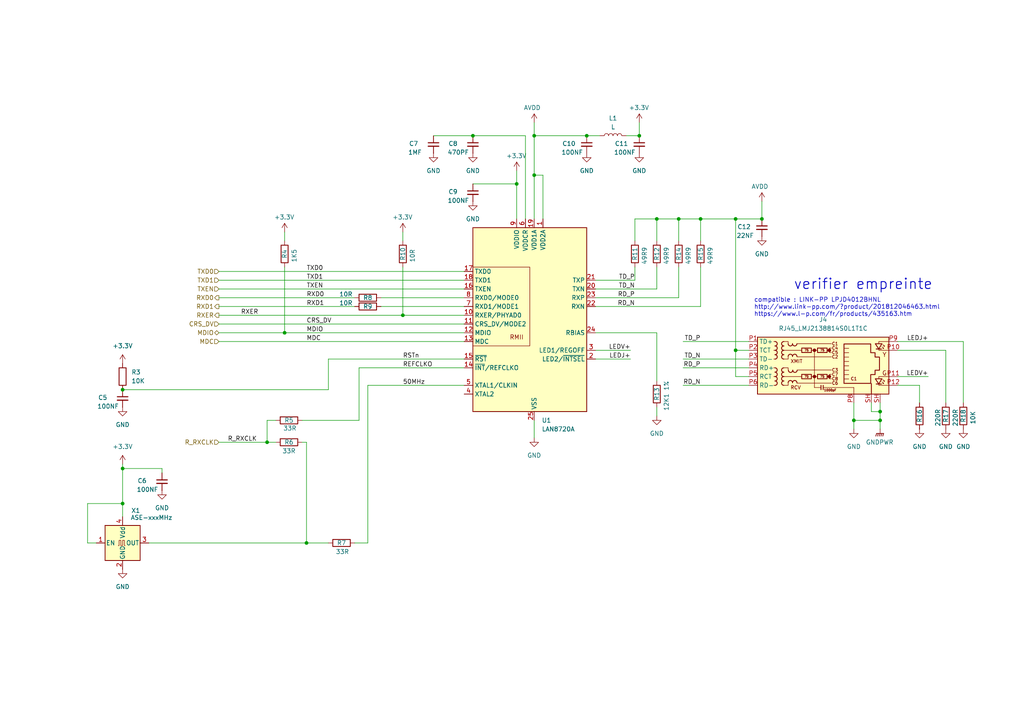
<source format=kicad_sch>
(kicad_sch (version 20231120) (generator "eeschema") (generator_version "8.0")
  (paper "A4")
  (lib_symbols
    (symbol "Connector:RJ45_RJMG1BD3B8K1ANR"
      (property "Reference" "J" (at 18.415 10.16 0))
      (property "Value" "RJ45_LMJ2138814S0L1T1C" (at -19.05 10.16 0))
      (symbol "RJ45_RJMG1BD3B8K1ANR_0_0"
        (circle (center -1.27 -2.54) (radius 0.0001) (stroke (width 0.508)))
        (circle (center -1.27 5.08) (radius 0.0001) (stroke (width 0.508)))
        (polyline (pts (xy -1.27 5.08) (xy -1.27 -5.715)))
        (polyline (pts (xy 0.635 -5.08) (xy 0.635 -6.35)) (stroke (width 0.254)))
        (polyline (pts (xy 1.27 -5.08) (xy 1.27 -6.35)) (stroke (width 0.254)))
        (polyline (pts (xy 3.048 -2.54) (xy 2.54 -2.54)))
        (polyline (pts (xy 3.048 5.08) (xy 2.54 5.08)))
        (polyline (pts (xy 17.399 -3.175) (xy 17.399 -2.54) (xy 20.32 -2.54)))
        (polyline (pts (xy 17.399 6.985) (xy 17.399 7.62) (xy 20.32 7.62)))
        (polyline (pts (xy 20.32 -5.08) (xy 17.399 -5.08) (xy 17.399 -4.572)))
        (polyline (pts (xy 20.32 5.08) (xy 17.399 5.08) (xy 17.399 5.588)))
        (polyline (pts (xy 3.683 -1.905) (xy 3.048 -1.905) (xy 3.048 -3.175) (xy 3.683 -3.175)))
        (polyline (pts (xy 3.683 5.715) (xy 3.048 5.715) (xy 3.048 4.445) (xy 3.683 4.445)))
        (circle (center 3.048 -2.54) (radius 0.0001) (stroke (width 0.508)))
        (circle (center 3.048 5.08) (radius 0.0001) (stroke (width 0.508)))
        (text "C1" (at 4.699 6.985 0) (effects (font (size 0.889 0.889))))
        (text "C1" (at 10.16 -3.175 0) (effects (font (size 0.889 0.889))))
        (text "C2" (at 4.699 3.175 0) (effects (font (size 0.889 0.889))))
        (text "C3" (at 4.699 -0.635 0) (effects (font (size 0.889 0.889))))
        (text "C4" (at 4.699 5.715 0) (effects (font (size 0.889 0.889))))
        (text "C5" (at 4.699 4.445 0) (effects (font (size 0.889 0.889))))
        (text "C6" (at 4.699 -4.445 0) (effects (font (size 0.889 0.889))))
        (text "C7" (at 4.699 -1.905 0) (effects (font (size 0.889 0.889))))
        (text "C8" (at 4.699 -3.175 0) (effects (font (size 0.889 0.889))))
        (text "RCV" (at -8.255 -5.715 0) (effects (font (size 1.016 1.016)) (justify left)))
        (text "XMIT" (at -8.255 1.905 0) (effects (font (size 1.016 1.016)) (justify left)))
      )
      (symbol "RJ45_RJMG1BD3B8K1ANR_0_1"
        (rectangle (start -17.78 8.89) (end 20.32 -7.62) (stroke (width 0.254)) (fill (type background)))
        (polyline (pts (xy -12.7 -5.08) (xy -13.081 -5.08)))
        (polyline (pts (xy -12.7 -2.54) (xy -13.081 -2.54)))
        (polyline (pts (xy -12.7 0) (xy -13.081 0)))
        (polyline (pts (xy -12.7 2.54) (xy -13.081 2.54)))
        (polyline (pts (xy -12.7 5.08) (xy -13.081 5.08)))
        (polyline (pts (xy -12.7 7.62) (xy -13.081 7.62)))
        (polyline (pts (xy -6.35 -4.445) (xy 3.683 -4.445)))
        (polyline (pts (xy -6.35 3.175) (xy 3.683 3.175)))
        (polyline (pts (xy -6.35 6.985) (xy 3.683 6.985)))
        (polyline (pts (xy -6.223 -0.635) (xy 3.683 -0.635)))
        (polyline (pts (xy -5.08 -2.54) (xy -10.16 -2.54)))
        (polyline (pts (xy -4.953 5.08) (xy -10.16 5.08)))
        (polyline (pts (xy -2.159 -2.54) (xy -0.381 -2.54)))
        (polyline (pts (xy -2.159 5.08) (xy -0.381 5.08)))
        (polyline (pts (xy 0.635 -5.715) (xy -1.27 -5.715)))
        (polyline (pts (xy 7.4295 -1.9685) (xy 8.6995 -1.9685)))
        (polyline (pts (xy 7.4295 -0.6985) (xy 8.6995 -0.6985)))
        (polyline (pts (xy 7.4295 0.5715) (xy 8.6995 0.5715)))
        (polyline (pts (xy 7.4295 1.8415) (xy 8.6995 1.8415)))
        (polyline (pts (xy 7.4295 3.1115) (xy 8.6995 3.1115)))
        (polyline (pts (xy 8.6995 -3.2385) (xy 7.4295 -3.2385)))
        (polyline (pts (xy 8.6995 4.3815) (xy 7.4295 4.3815)))
        (polyline (pts (xy 8.6995 5.6515) (xy 7.4295 5.6515)))
        (polyline (pts (xy 10.16 -5.715) (xy 1.27 -5.715)))
        (polyline (pts (xy 10.16 -5.715) (xy 10.16 -7.62)))
        (polyline (pts (xy -10.16 0) (xy -8.89 0) (xy -8.89 -0.635)))
        (polyline (pts (xy -10.16 7.62) (xy -8.89 7.62) (xy -8.89 6.985)))
        (polyline (pts (xy -8.89 -4.445) (xy -8.89 -5.08) (xy -10.16 -5.08)))
        (polyline (pts (xy -8.89 3.175) (xy -8.89 2.54) (xy -10.16 2.54)))
      )
      (symbol "RJ45_RJMG1BD3B8K1ANR_1_0"
        (text "1000pF" (at 3.302 -6.477 0) (effects (font (size 0.635 0.635))))
      )
      (symbol "RJ45_RJMG1BD3B8K1ANR_1_1"
        (arc (start -12.7 -1.27) (mid -12.0677 -0.635) (end -12.7 0) (stroke (width 0.254)))
        (arc (start -12.6973 -5.08) (mid -12.065 -4.445) (end -12.6973 -3.81) (stroke (width 0.254)))
        (arc (start -12.6973 -3.81) (mid -12.065 -3.175) (end -12.6973 -2.54) (stroke (width 0.254)))
        (arc (start -12.6973 -2.54) (mid -12.065 -1.905) (end -12.6973 -1.27) (stroke (width 0.254)))
        (arc (start -12.6973 6.35) (mid -12.065 6.985) (end -12.6973 7.62) (stroke (width 0.254)))
        (arc (start -12.6946 2.54) (mid -12.0623 3.175) (end -12.6946 3.81) (stroke (width 0.254)))
        (arc (start -12.6946 3.81) (mid -12.0623 4.445) (end -12.6946 5.08) (stroke (width 0.254)))
        (arc (start -12.6946 5.08) (mid -12.0623 5.715) (end -12.6946 6.35) (stroke (width 0.254)))
        (arc (start -10.1654 -2.54) (mid -10.7977 -3.175) (end -10.1654 -3.81) (stroke (width 0.254)))
        (arc (start -10.1654 -1.27) (mid -10.7977 -1.905) (end -10.1654 -2.54) (stroke (width 0.254)))
        (arc (start -10.1654 0) (mid -10.7977 -0.635) (end -10.1654 -1.27) (stroke (width 0.254)))
        (arc (start -10.1654 5.08) (mid -10.7977 4.445) (end -10.1654 3.81) (stroke (width 0.254)))
        (arc (start -10.1654 6.35) (mid -10.7977 5.715) (end -10.1654 5.08) (stroke (width 0.254)))
        (arc (start -10.1654 7.62) (mid -10.7977 6.985) (end -10.1654 6.35) (stroke (width 0.254)))
        (arc (start -10.1627 -3.81) (mid -10.795 -4.445) (end -10.1627 -5.08) (stroke (width 0.254)))
        (arc (start -10.1627 3.81) (mid -10.795 3.175) (end -10.1627 2.54) (stroke (width 0.254)))
        (arc (start -8.89 6.9823) (mid -8.255 6.35) (end -7.62 6.9823) (stroke (width 0.254)))
        (arc (start -8.8265 -0.7012) (mid -8.1915 -1.3335) (end -7.5565 -0.7012) (stroke (width 0.254)))
        (arc (start -7.62 -4.3153) (mid -8.255 -3.683) (end -8.89 -4.3153) (stroke (width 0.254)))
        (arc (start -7.62 3.3047) (mid -8.255 3.937) (end -8.89 3.3047) (stroke (width 0.254)))
        (arc (start -7.62 6.985) (mid -6.985 6.3527) (end -6.35 6.985) (stroke (width 0.254)))
        (arc (start -7.5565 -0.6985) (mid -6.9215 -1.3308) (end -6.2865 -0.6985) (stroke (width 0.254)))
        (arc (start -6.35 -4.3126) (mid -6.985 -3.6803) (end -7.62 -4.3126) (stroke (width 0.254)))
        (arc (start -6.35 3.3074) (mid -6.985 3.9397) (end -7.62 3.3074) (stroke (width 0.254)))
        (rectangle (start -4.953 -1.905) (end -2.159 -3.175) (stroke (width 0.254)))
        (rectangle (start -4.953 5.715) (end -2.159 4.445) (stroke (width 0.254)))
        (rectangle (start -0.381 -1.905) (end 2.413 -3.175) (stroke (width 0.254)))
        (rectangle (start -0.381 5.715) (end 2.413 4.445) (stroke (width 0.254)))
        (polyline (pts (xy 15.24 -7.62) (xy 15.24 -4.572)) (stroke (width 0.254)))
        (polyline (pts (xy 18.161 -4.699) (xy 16.637 -4.699)) (stroke (width 0.254)))
        (polyline (pts (xy 18.161 5.461) (xy 16.637 5.461)) (stroke (width 0.254)))
        (polyline (pts (xy 18.796 -4.572) (xy 18.796 -4.318)))
        (polyline (pts (xy 18.796 5.588) (xy 18.796 5.842)))
        (polyline (pts (xy 19.05 -3.937) (xy 19.05 -3.683)))
        (polyline (pts (xy 19.05 6.223) (xy 19.05 6.477)))
        (polyline (pts (xy 18.288 -4.064) (xy 18.796 -4.572) (xy 18.542 -4.572)))
        (polyline (pts (xy 18.288 6.096) (xy 18.796 5.588) (xy 18.542 5.588)))
        (polyline (pts (xy 18.542 -3.429) (xy 19.05 -3.937) (xy 18.796 -3.937)))
        (polyline (pts (xy 18.542 6.731) (xy 19.05 6.223) (xy 18.796 6.223)))
        (polyline (pts (xy 18.288 -3.175) (xy 16.383 -3.175) (xy 17.399 -4.699) (xy 18.288 -3.175)) (stroke (width 0.254)))
        (polyline (pts (xy 18.288 6.985) (xy 16.383 6.985) (xy 17.399 5.461) (xy 18.288 6.985)) (stroke (width 0.254)))
        (polyline (pts (xy 7.3025 -4.5085) (xy 7.3025 6.9215) (xy 15.0495 6.9215) (xy 15.0495 4.3815) (xy 16.3195 4.3815) (xy 16.3195 3.1115) (xy 17.5895 3.1115) (xy 17.5895 -0.6985) (xy 16.3195 -0.6985) (xy 16.3195 -1.9685) (xy 15.0495 -1.9685) (xy 15.0495 -4.5085) (xy 7.3025 -4.5085)) (stroke (width 0.254)))
        (text "75" (at -3.556 -2.54 0) (effects (font (size 0.635 0.635))))
        (text "75" (at -3.556 5.08 0) (effects (font (size 0.635 0.635))))
        (text "75" (at 1.016 -2.54 0) (effects (font (size 0.635 0.635))))
        (text "75" (at 1.016 5.08 0) (effects (font (size 0.635 0.635))))
        (text "G" (at 19.05 -1.524 0) (effects (font (size 1.27 1.27))))
        (text "Y" (at 19.05 3.81 0) (effects (font (size 1.27 1.27))))
        (pin passive line (at -20.32 7.62 0) (length 2.54) (name "TD+") (number "P1"))
        (pin passive line (at 22.86 5.08 180) (length 2.54) (name "") (number "P10"))
        (pin passive line (at 22.86 -2.54 180) (length 2.54) (name "") (number "P11"))
        (pin passive line (at 22.86 -5.08 180) (length 2.54) (name "") (number "P12"))
        (pin passive line (at -20.32 5.08 0) (length 2.54) (name "TCT") (number "P2"))
        (pin passive line (at -20.32 2.54 0) (length 2.54) (name "TD-") (number "P3"))
        (pin passive line (at -20.32 0 0) (length 2.54) (name "RD+") (number "P4"))
        (pin passive line (at -20.32 -2.54 0) (length 2.54) (name "RCT") (number "P5"))
        (pin passive line (at -20.32 -5.08 0) (length 2.54) (name "RD-") (number "P6"))
        (pin power_in line (at 10.16 -10.16 90) (length 2.54) (name "") (number "P8"))
        (pin passive line (at 22.86 7.62 180) (length 2.54) (name "") (number "P9"))
        (pin passive line (at 15.24 -10.16 90) (length 2.54) (name "") (number "SH"))
        (pin passive line (at 17.78 -10.16 90) (length 2.54) (name "") (number "SH"))
      )
    )
    (symbol "Device:C_Small" (pin_numbers hide) (pin_names (offset 0.254) hide)
      (property "Reference" "C" (at 0.254 1.778 0))
      (property "Value" "C_Small" (at 0.254 -2.032 0))
      (symbol "C_Small_0_1"
        (polyline (pts (xy -1.524 -0.508) (xy 1.524 -0.508)) (stroke (width 0.3302)))
        (polyline (pts (xy -1.524 0.508) (xy 1.524 0.508)) (stroke (width 0.3048)))
      )
      (symbol "C_Small_1_1"
        (pin passive line (at 0 2.54 270) (length 2.032) (name "~") (number "1"))
        (pin passive line (at 0 -2.54 90) (length 2.032) (name "~") (number "2"))
      )
    )
    (symbol "Device:L" (pin_numbers hide) (pin_names (offset 1.016) hide)
      (property "Reference" "L" (at -1.27 0 90))
      (property "Value" "L" (at 1.905 0 90))
      (symbol "L_0_1"
        (arc (start 0 -2.54) (mid 0.6323 -1.905) (end 0 -1.27))
        (arc (start 0 -1.27) (mid 0.6323 -0.635) (end 0 0))
        (arc (start 0 0) (mid 0.6323 0.635) (end 0 1.27))
        (arc (start 0 1.27) (mid 0.6323 1.905) (end 0 2.54))
      )
      (symbol "L_1_1"
        (pin passive line (at 0 3.81 270) (length 1.27) (name "1") (number "1"))
        (pin passive line (at 0 -3.81 90) (length 1.27) (name "2") (number "2"))
      )
    )
    (symbol "Device:R" (pin_numbers hide) (pin_names (offset 0))
      (property "Reference" "R" (at 2.032 0 90))
      (property "Value" "R" (at 0 0 90))
      (symbol "R_0_1"
        (rectangle (start -1.016 -2.54) (end 1.016 2.54) (stroke (width 0.254)))
      )
      (symbol "R_1_1"
        (pin passive line (at 0 3.81 270) (length 1.27) (name "~") (number "1"))
        (pin passive line (at 0 -3.81 90) (length 1.27) (name "~") (number "2"))
      )
    )
    (symbol "Interface_Ethernet:LAN8720A"
      (property "Reference" "U" (at -13.97 29.21 0))
      (property "Value" "LAN8720A" (at 15.24 29.21 0))
      (symbol "LAN8720A_0_0"
        (text "RMII" (at -5.08 -3.81 0) (effects (font (size 1.27 1.27))))
      )
      (symbol "LAN8720A_0_1"
        (rectangle (start -17.78 27.94) (end 15.24 -25.4) (stroke (width 0.254)) (fill (type background)))
        (polyline (pts (xy -17.78 -6.35) (xy -1.27 -6.35) (xy -1.27 16.51) (xy -17.78 16.51)))
      )
      (symbol "LAN8720A_1_1"
        (pin power_in line (at 2.54 30.48 270) (length 2.54) (name "VDD2A") (number "1"))
        (pin output line (at -20.32 2.54 0) (length 2.54) (name "RXER/PHYAD0") (number "10"))
        (pin bidirectional line (at -20.32 0 0) (length 2.54) (name "CRS_DV/MODE2") (number "11"))
        (pin bidirectional line (at -20.32 -2.54 0) (length 2.54) (name "MDIO") (number "12"))
        (pin input line (at -20.32 -5.08 0) (length 2.54) (name "MDC") (number "13"))
        (pin output line (at -20.32 -12.7 0) (length 2.54) (name "~{INT}/REFCLKO") (number "14"))
        (pin input line (at -20.32 -10.16 0) (length 2.54) (name "~{RST}") (number "15"))
        (pin input line (at -20.32 10.16 0) (length 2.54) (name "TXEN") (number "16"))
        (pin input line (at -20.32 15.24 0) (length 2.54) (name "TXD0") (number "17"))
        (pin input line (at -20.32 12.7 0) (length 2.54) (name "TXD1") (number "18"))
        (pin power_in line (at 0 30.48 270) (length 2.54) (name "VDD1A") (number "19"))
        (pin bidirectional line (at 17.78 -10.16 180) (length 2.54) (name "LED2/~{INTSEL}") (number "2"))
        (pin bidirectional line (at 17.78 10.16 180) (length 2.54) (name "TXN") (number "20"))
        (pin bidirectional line (at 17.78 12.7 180) (length 2.54) (name "TXP") (number "21"))
        (pin bidirectional line (at 17.78 5.08 180) (length 2.54) (name "RXN") (number "22"))
        (pin bidirectional line (at 17.78 7.62 180) (length 2.54) (name "RXP") (number "23"))
        (pin passive line (at 17.78 -2.54 180) (length 2.54) (name "RBIAS") (number "24"))
        (pin power_in line (at 0 -27.94 90) (length 2.54) (name "VSS") (number "25"))
        (pin bidirectional line (at 17.78 -7.62 180) (length 2.54) (name "LED1/REGOFF") (number "3"))
        (pin output line (at -20.32 -20.32 0) (length 2.54) (name "XTAL2") (number "4"))
        (pin input line (at -20.32 -17.78 0) (length 2.54) (name "XTAL1/CLKIN") (number "5"))
        (pin power_in line (at -2.54 30.48 270) (length 2.54) (name "VDDCR") (number "6"))
        (pin bidirectional line (at -20.32 5.08 0) (length 2.54) (name "RXD1/MODE1") (number "7"))
        (pin bidirectional line (at -20.32 7.62 0) (length 2.54) (name "RXD0/MODE0") (number "8"))
        (pin power_in line (at -5.08 30.48 270) (length 2.54) (name "VDDIO") (number "9"))
      )
    )
    (symbol "Oscillator:ASE-xxxMHz" (pin_names (offset 0.254))
      (property "Reference" "X" (at -5.08 6.35 0))
      (property "Value" "ASE-xxxMHz" (at 1.27 -6.35 0))
      (symbol "ASE-xxxMHz_0_1"
        (rectangle (start -5.08 5.08) (end 5.08 -5.08) (stroke (width 0.254)) (fill (type background)))
        (polyline (pts (xy -1.27 -0.762) (xy -1.016 -0.762) (xy -1.016 0.762) (xy -0.508 0.762) (xy -0.508 -0.762) (xy 0 -0.762) (xy 0 0.762) (xy 0.508 0.762) (xy 0.508 -0.762) (xy 0.762 -0.762)))
      )
      (symbol "ASE-xxxMHz_1_1"
        (pin input line (at -7.62 0 0) (length 2.54) (name "EN") (number "1"))
        (pin power_in line (at 0 -7.62 90) (length 2.54) (name "GND") (number "2"))
        (pin output line (at 7.62 0 180) (length 2.54) (name "OUT") (number "3"))
        (pin power_in line (at 0 7.62 270) (length 2.54) (name "Vdd") (number "4"))
      )
    )
    (symbol "power:+3.3V" (power) (pin_names (offset 0))
      (property "Value" "+3.3V" (at 0 3.556 0))
      (symbol "+3.3V_0_1"
        (polyline (pts (xy -0.762 1.27) (xy 0 2.54)))
        (polyline (pts (xy 0 0) (xy 0 2.54)))
        (polyline (pts (xy 0 2.54) (xy 0.762 1.27)))
      )
      (symbol "+3.3V_1_1"
        (pin power_in line (at 0 0 90) (length 0) hide (name "+3.3V") (number "1"))
      )
    )
    (symbol "power:GND" (power) (pin_numbers hide) (pin_names (offset 0) hide)
      (property "Value" "GND" (at 0 -3.81 0))
      (symbol "GND_0_1"
        (polyline (pts (xy 0 0) (xy 0 -1.27) (xy 1.27 -1.27) (xy 0 -2.54) (xy -1.27 -1.27) (xy 0 -1.27)))
      )
      (symbol "GND_1_1"
        (pin power_in line (at 0 0 270) (length 0) (name "~") (number "1"))
      )
    )
    (symbol "power:GNDPWR" (power) (pin_numbers hide) (pin_names (offset 0) hide)
      (property "Value" "GNDPWR" (at 0 -3.302 0))
      (symbol "GNDPWR_0_1"
        (polyline (pts (xy 0 -1.27) (xy 0 0)))
        (polyline (pts (xy -1.016 -1.27) (xy -1.27 -2.032) (xy -1.27 -2.032)) (stroke (width 0.2032)))
        (polyline (pts (xy -0.508 -1.27) (xy -0.762 -2.032) (xy -0.762 -2.032)) (stroke (width 0.2032)))
        (polyline (pts (xy 0 -1.27) (xy -0.254 -2.032) (xy -0.254 -2.032)) (stroke (width 0.2032)))
        (polyline (pts (xy 0.508 -1.27) (xy 0.254 -2.032) (xy 0.254 -2.032)) (stroke (width 0.2032)))
        (polyline (pts (xy 1.016 -1.27) (xy -1.016 -1.27) (xy -1.016 -1.27)) (stroke (width 0.2032)))
        (polyline (pts (xy 1.016 -1.27) (xy 0.762 -2.032) (xy 0.762 -2.032) (xy 0.762 -2.032)) (stroke (width 0.2032)))
      )
      (symbol "GNDPWR_1_1"
        (pin power_in line (at 0 0 270) (length 0) (name "~") (number "1"))
      )
    )
  )
  (junction (at 88.9 157.48))
  (junction (at 154.94 39.37))
  (junction (at 35.56 135.89))
  (junction (at 220.98 63.5))
  (junction (at 170.18 39.37))
  (junction (at 35.56 113.03))
  (junction (at 77.47 128.27))
  (junction (at 190.5 63.5))
  (junction (at 149.86 53.34))
  (junction (at 154.94 50.8))
  (junction (at 116.84 91.44))
  (junction (at 82.55 96.52))
  (junction (at 196.85 63.5))
  (junction (at 255.27 119.38))
  (junction (at 203.2 63.5))
  (junction (at 255.27 121.92))
  (junction (at 185.42 39.37))
  (junction (at 35.56 146.05))
  (junction (at 137.16 39.37))
  (junction (at 213.36 101.6))
  (junction (at 247.65 121.92))
  (junction (at 213.36 63.5))
  (wire (pts (xy 104.14 121.92) (xy 104.14 106.68)))
  (wire (pts (xy 63.5 78.74) (xy 134.62 78.74)))
  (wire (pts (xy 82.55 77.47) (xy 82.55 96.52)))
  (wire (pts (xy 196.85 63.5) (xy 203.2 63.5)))
  (wire (pts (xy 172.72 104.14) (xy 182.88 104.14)))
  (wire (pts (xy 255.27 119.38) (xy 255.27 121.92)))
  (wire (pts (xy 247.65 121.92) (xy 247.65 124.46)))
  (wire (pts (xy 87.63 121.92) (xy 104.14 121.92)))
  (wire (pts (xy 46.99 137.16) (xy 46.99 135.89)))
  (wire (pts (xy 213.36 63.5) (xy 213.36 101.6)))
  (wire (pts (xy 95.25 113.03) (xy 95.25 104.14)))
  (wire (pts (xy 213.36 63.5) (xy 220.98 63.5)))
  (wire (pts (xy 190.5 63.5) (xy 196.85 63.5)))
  (wire (pts (xy 184.15 63.5) (xy 190.5 63.5)))
  (wire (pts (xy 203.2 63.5) (xy 213.36 63.5)))
  (wire (pts (xy 25.4 157.48) (xy 27.94 157.48)))
  (wire (pts (xy 95.25 104.14) (xy 134.62 104.14)))
  (wire (pts (xy 170.18 39.37) (xy 173.99 39.37)))
  (wire (pts (xy 213.36 101.6) (xy 217.17 101.6)))
  (wire (pts (xy 274.32 101.6) (xy 274.32 116.84)))
  (wire (pts (xy 252.73 119.38) (xy 255.27 119.38)))
  (wire (pts (xy 255.27 121.92) (xy 255.27 124.46)))
  (wire (pts (xy 106.68 111.76) (xy 134.62 111.76)))
  (wire (pts (xy 213.36 109.22) (xy 217.17 109.22)))
  (wire (pts (xy 63.5 93.98) (xy 134.62 93.98)))
  (wire (pts (xy 255.27 116.84) (xy 255.27 119.38)))
  (wire (pts (xy 172.72 86.36) (xy 196.85 86.36)))
  (wire (pts (xy 154.94 127) (xy 154.94 121.92)))
  (wire (pts (xy 260.35 109.22) (xy 269.24 109.22)))
  (wire (pts (xy 116.84 77.47) (xy 116.84 91.44)))
  (wire (pts (xy 213.36 101.6) (xy 213.36 109.22)))
  (wire (pts (xy 35.56 135.89) (xy 35.56 146.05)))
  (wire (pts (xy 196.85 86.36) (xy 196.85 77.47)))
  (wire (pts (xy 154.94 39.37) (xy 154.94 50.8)))
  (wire (pts (xy 35.56 113.03) (xy 95.25 113.03)))
  (wire (pts (xy 63.5 86.36) (xy 102.87 86.36)))
  (wire (pts (xy 149.86 53.34) (xy 149.86 63.5)))
  (wire (pts (xy 154.94 39.37) (xy 170.18 39.37)))
  (wire (pts (xy 35.56 134.62) (xy 35.56 135.89)))
  (wire (pts (xy 185.42 35.56) (xy 185.42 39.37)))
  (wire (pts (xy 198.12 106.68) (xy 217.17 106.68)))
  (wire (pts (xy 184.15 63.5) (xy 184.15 69.85)))
  (wire (pts (xy 82.55 96.52) (xy 134.62 96.52)))
  (wire (pts (xy 125.73 39.37) (xy 137.16 39.37)))
  (wire (pts (xy 46.99 135.89) (xy 35.56 135.89)))
  (wire (pts (xy 266.7 111.76) (xy 266.7 116.84)))
  (wire (pts (xy 260.35 101.6) (xy 274.32 101.6)))
  (wire (pts (xy 190.5 96.52) (xy 190.5 110.49)))
  (wire (pts (xy 152.4 63.5) (xy 152.4 39.37)))
  (wire (pts (xy 87.63 128.27) (xy 88.9 128.27)))
  (wire (pts (xy 203.2 88.9) (xy 203.2 77.47)))
  (wire (pts (xy 77.47 121.92) (xy 77.47 128.27)))
  (wire (pts (xy 63.5 91.44) (xy 116.84 91.44)))
  (wire (pts (xy 149.86 49.53) (xy 149.86 53.34)))
  (wire (pts (xy 172.72 81.28) (xy 184.15 81.28)))
  (wire (pts (xy 25.4 157.48) (xy 25.4 146.05)))
  (wire (pts (xy 198.12 111.76) (xy 217.17 111.76)))
  (wire (pts (xy 184.15 81.28) (xy 184.15 77.47)))
  (wire (pts (xy 279.4 116.84) (xy 279.4 99.06)))
  (wire (pts (xy 88.9 157.48) (xy 95.25 157.48)))
  (wire (pts (xy 220.98 58.42) (xy 220.98 63.5)))
  (wire (pts (xy 172.72 83.82) (xy 190.5 83.82)))
  (wire (pts (xy 63.5 99.06) (xy 134.62 99.06)))
  (wire (pts (xy 63.5 83.82) (xy 134.62 83.82)))
  (wire (pts (xy 154.94 35.56) (xy 154.94 39.37)))
  (wire (pts (xy 157.48 50.8) (xy 157.48 63.5)))
  (wire (pts (xy 172.72 88.9) (xy 203.2 88.9)))
  (wire (pts (xy 154.94 63.5) (xy 154.94 50.8)))
  (wire (pts (xy 116.84 91.44) (xy 134.62 91.44)))
  (wire (pts (xy 252.73 116.84) (xy 252.73 119.38)))
  (wire (pts (xy 88.9 128.27) (xy 88.9 157.48)))
  (wire (pts (xy 247.65 121.92) (xy 255.27 121.92)))
  (wire (pts (xy 190.5 63.5) (xy 190.5 69.85)))
  (wire (pts (xy 260.35 99.06) (xy 279.4 99.06)))
  (wire (pts (xy 198.12 104.14) (xy 217.17 104.14)))
  (wire (pts (xy 82.55 67.31) (xy 82.55 69.85)))
  (wire (pts (xy 260.35 111.76) (xy 266.7 111.76)))
  (wire (pts (xy 116.84 67.31) (xy 116.84 69.85)))
  (wire (pts (xy 104.14 106.68) (xy 134.62 106.68)))
  (wire (pts (xy 63.5 81.28) (xy 134.62 81.28)))
  (wire (pts (xy 196.85 63.5) (xy 196.85 69.85)))
  (wire (pts (xy 80.01 121.92) (xy 77.47 121.92)))
  (wire (pts (xy 247.65 116.84) (xy 247.65 121.92)))
  (wire (pts (xy 181.61 39.37) (xy 185.42 39.37)))
  (wire (pts (xy 190.5 120.65) (xy 190.5 118.11)))
  (wire (pts (xy 110.49 88.9) (xy 134.62 88.9)))
  (wire (pts (xy 77.47 128.27) (xy 80.01 128.27)))
  (wire (pts (xy 110.49 86.36) (xy 134.62 86.36)))
  (wire (pts (xy 172.72 101.6) (xy 182.88 101.6)))
  (wire (pts (xy 63.5 96.52) (xy 82.55 96.52)))
  (wire (pts (xy 154.94 50.8) (xy 157.48 50.8)))
  (wire (pts (xy 25.4 146.05) (xy 35.56 146.05)))
  (wire (pts (xy 63.5 128.27) (xy 77.47 128.27)))
  (wire (pts (xy 106.68 157.48) (xy 106.68 111.76)))
  (wire (pts (xy 102.87 157.48) (xy 106.68 157.48)))
  (wire (pts (xy 43.18 157.48) (xy 88.9 157.48)))
  (wire (pts (xy 172.72 96.52) (xy 190.5 96.52)))
  (wire (pts (xy 203.2 63.5) (xy 203.2 69.85)))
  (wire (pts (xy 137.16 39.37) (xy 152.4 39.37)))
  (wire (pts (xy 137.16 53.34) (xy 149.86 53.34)))
  (wire (pts (xy 35.56 146.05) (xy 35.56 149.86)))
  (wire (pts (xy 198.12 99.06) (xy 217.17 99.06)))
  (wire (pts (xy 190.5 83.82) (xy 190.5 77.47)))
  (wire (pts (xy 63.5 88.9) (xy 102.87 88.9)))
  (text "compatible : LINK-PP LPJD4012BHNL\nhttp://www.link-pp.com/?product/201812046463.html\nhttps://www.l-p.com/fr/products/435163.htm\n" (at 218.694 89.154 0) (effects (font (size 1.27 1.27)) (justify left)))
  (text "verifier empreinte" (at 230.124 82.55 0) (effects (font (size 3 3) (thickness 0.254) (bold yes)) (justify left)))
  (label "RXD1" (at 88.9 88.9 0))
  (label "REFCLKO" (at 116.84 106.68 0))
  (label "LEDJ+" (at 182.88 104.14 180))
  (label "TD_N" (at 203.2 104.14 180))
  (label "TXD1" (at 88.9 81.28 0))
  (label "TD_P" (at 184.15 81.28 180))
  (label "RXD0" (at 88.9 86.36 0))
  (label "LEDV+" (at 182.88 101.6 180))
  (label "R_RXCLK" (at 66.04 128.27 0))
  (label "RD_N" (at 203.2 111.76 180))
  (label "LEDV+" (at 269.24 109.22 180))
  (label "RSTn" (at 116.84 104.14 0))
  (label "RD_P" (at 184.15 86.36 180))
  (label "RD_P" (at 203.2 106.68 180))
  (label "MDIO" (at 88.9 96.52 0))
  (label "TXD0" (at 88.9 78.74 0))
  (label "MDC" (at 88.9 99.06 0))
  (label "RD_N" (at 184.15 88.9 180))
  (label "LEDJ+" (at 269.24 99.06 180))
  (label "50MHz" (at 116.84 111.76 0))
  (label "TXEN" (at 88.9 83.82 0))
  (label "CRS_DV" (at 88.9 93.98 0))
  (label "TD_P" (at 203.2 99.06 180))
  (label "RXER" (at 69.85 91.44 0))
  (label "TD_N" (at 184.15 83.82 180))
  (hierarchical_label "TXEN" (shape input) (at 63.5 83.82 180))
  (hierarchical_label "RXER" (shape output) (at 63.5 91.44 180))
  (hierarchical_label "RXD1" (shape output) (at 63.5 88.9 180))
  (hierarchical_label "CRS_DV" (shape input) (at 63.5 93.98 180))
  (hierarchical_label "RXD0" (shape output) (at 63.5 86.36 180))
  (hierarchical_label "MDC" (shape input) (at 63.5 99.06 180))
  (hierarchical_label "MDIO" (shape bidirectional) (at 63.5 96.52 180))
  (hierarchical_label "TXD1" (shape input) (at 63.5 81.28 180))
  (hierarchical_label "TXD0" (shape input) (at 63.5 78.74 180))
  (hierarchical_label "R_RXCLK" (shape input) (at 63.5 128.27 180))
  (symbol (lib_id "Interface_Ethernet:LAN8720A") (at 154.94 93.98 0) (unit 1)
    (property "Reference" "U1" (at 157.1341 121.92 0) (effects (justify left)))
    (property "Value" "LAN8720A" (at 157.1341 124.46 0) (effects (justify left)))
    (property "Footprint" "Package_DFN_QFN:VQFN-24-1EP_4x4mm_P0.5mm_EP2.5x2.5mm_ThermalVias" (effects (hide yes)))
    (property "Datasheet" "http://ww1.microchip.com/downloads/en/DeviceDoc/8720a.pdf" (effects (hide yes)))
  )
  (symbol (lib_id "power:GND") (at 137.16 44.45 0) (unit 1)
    (property "Reference" "#PWR09" (effects (hide yes)))
    (property "Value" "GND" (at 137.16 49.53 0))
    (property "Description" "Power symbol creates a global label with name \"GND\" , ground" (effects (hide yes)))
  )
  (symbol (lib_id "Device:R") (at 82.55 73.66 0) (unit 1)
    (property "Reference" "R4" (at 82.55 73.66 90))
    (property "Value" "1K5" (at 85.344 74.168 90))
    (property "Footprint" "Resistor_SMD:R_0603_1608Metric" (effects (hide yes)))
  )
  (symbol (lib_id "Device:C_Small") (at 170.18 41.91 0) (unit 1)
    (property "Reference" "C10" (at 163.068 41.656 0) (effects (justify left)))
    (property "Value" "100NF" (at 162.814 44.196 0) (effects (justify left)))
    (property "Footprint" "Capacitor_SMD:C_0603_1608Metric" (effects (hide yes)))
  )
  (symbol (lib_id "power:+3.3V") (at 154.94 35.56 0) (unit 1)
    (property "Reference" "#PWR012" (effects (hide yes)))
    (property "Value" "AVDD" (at 151.892 31.242 0) (effects (justify left)))
  )
  (symbol (lib_id "Device:R") (at 184.15 73.66 0) (unit 1)
    (property "Reference" "R11" (at 184.15 73.66 90))
    (property "Value" "49R9" (at 186.944 74.168 90))
    (property "Footprint" "Resistor_SMD:R_0603_1608Metric" (effects (hide yes)))
  )
  (symbol (lib_id "power:GND") (at 220.98 68.58 0) (unit 1)
    (property "Reference" "#PWR019" (effects (hide yes)))
    (property "Value" "GND" (at 220.98 73.66 0))
    (property "Description" "Power symbol creates a global label with name \"GND\" , ground" (effects (hide yes)))
  )
  (symbol (lib_id "Device:R") (at 116.84 73.66 0) (unit 1)
    (property "Reference" "R10" (at 116.84 73.66 90))
    (property "Value" "10R" (at 119.634 74.168 90))
    (property "Footprint" "Resistor_SMD:R_0603_1608Metric" (effects (hide yes)))
  )
  (symbol (lib_id "power:GND") (at 35.56 165.1 0) (unit 1)
    (property "Reference" "#PWR04" (effects (hide yes)))
    (property "Value" "GND" (at 35.56 170.18 0))
    (property "Description" "Power symbol creates a global label with name \"GND\" , ground" (effects (hide yes)))
  )
  (symbol (lib_id "Device:C_Small") (at 35.56 115.57 0) (unit 1)
    (property "Reference" "C5" (at 28.448 115.316 0) (effects (justify left)))
    (property "Value" "100NF" (at 28.194 117.856 0) (effects (justify left)))
    (property "Footprint" "Capacitor_SMD:C_0603_1608Metric" (effects (hide yes)))
  )
  (symbol (lib_id "Device:R") (at 274.32 120.65 0) (unit 1)
    (property "Reference" "R17" (at 274.32 120.65 90))
    (property "Value" "220R" (at 277.114 121.158 90))
    (property "Footprint" "Resistor_SMD:R_0603_1608Metric" (effects (hide yes)))
  )
  (symbol (lib_id "Device:R") (at 35.56 109.22 0) (unit 1)
    (property "Reference" "R3" (at 38.1 107.9499 0) (effects (justify left)))
    (property "Value" "10K" (at 38.1 110.4899 0) (effects (justify left)))
    (property "Footprint" "Resistor_SMD:R_0603_1608Metric" (effects (hide yes)))
  )
  (symbol (lib_id "power:GND") (at 279.4 124.46 0) (unit 1)
    (property "Reference" "#PWR025" (effects (hide yes)))
    (property "Value" "GND" (at 279.4 129.54 0))
    (property "Description" "Power symbol creates a global label with name \"GND\" , ground" (effects (hide yes)))
  )
  (symbol (lib_id "Device:R") (at 196.85 73.66 0) (unit 1)
    (property "Reference" "R14" (at 196.85 73.66 90))
    (property "Value" "49R9" (at 199.644 74.168 90))
    (property "Footprint" "Resistor_SMD:R_0603_1608Metric" (effects (hide yes)))
  )
  (symbol (lib_id "Device:R") (at 83.82 121.92 90) (unit 1)
    (property "Reference" "R5" (at 83.82 121.92 90))
    (property "Value" "33R" (at 84.074 124.206 90))
    (property "Footprint" "Resistor_SMD:R_0603_1608Metric" (effects (hide yes)))
  )
  (symbol (lib_id "power:GND") (at 46.99 142.24 0) (unit 1)
    (property "Reference" "#PWR05" (effects (hide yes)))
    (property "Value" "GND" (at 46.99 147.32 0))
    (property "Description" "Power symbol creates a global label with name \"GND\" , ground" (effects (hide yes)))
  )
  (symbol (lib_id "power:GNDPWR") (at 255.27 124.46 0) (unit 1)
    (property "Reference" "#PWR022" (effects (hide yes)))
    (property "Value" "GNDPWR" (at 255.143 128.27 0))
    (property "Description" "Power symbol creates a global label with name \"GNDPWR\" , global ground" (effects (hide yes)))
  )
  (symbol (lib_id "Connector:RJ45_RJMG1BD3B8K1ANR") (at 237.49 106.68 0) (unit 1)
    (property "Reference" "J4" (at 238.76 92.71 0))
    (property "Value" "RJ45_LMJ2138814S0L1T1C" (at 238.76 95.25 0))
    (property "Footprint" "EKO_Miner_ASIClib:LMJ2138814SOL1T1C" (effects (hide yes)))
    (property "Datasheet" "https://www.tme.com/Document/256f5db2c6528f5dafb28f16f71f3ead/LMJ213_881X_S0L1T1C_revB.pdf" (effects (hide yes)))
    (property "Description" "1 Port RJ45 Magjack Connector Through Hole 10/100 Base-T, AutoMDIX" (effects (hide yes)))
  )
  (symbol (lib_id "Device:C_Small") (at 46.99 139.7 0) (unit 1)
    (property "Reference" "C6" (at 39.878 139.446 0) (effects (justify left)))
    (property "Value" "100NF" (at 39.624 141.986 0) (effects (justify left)))
    (property "Footprint" "Capacitor_SMD:C_0603_1608Metric" (effects (hide yes)))
  )
  (symbol (lib_id "power:GND") (at 170.18 44.45 0) (unit 1)
    (property "Reference" "#PWR014" (effects (hide yes)))
    (property "Value" "GND" (at 170.18 49.53 0))
    (property "Description" "Power symbol creates a global label with name \"GND\" , ground" (effects (hide yes)))
  )
  (symbol (lib_id "Device:C_Small") (at 185.42 41.91 0) (unit 1)
    (property "Reference" "C11" (at 178.308 41.656 0) (effects (justify left)))
    (property "Value" "100NF" (at 178.054 44.196 0) (effects (justify left)))
    (property "Footprint" "Capacitor_SMD:C_0603_1608Metric" (effects (hide yes)))
  )
  (symbol (lib_id "Device:C_Small") (at 137.16 41.91 0) (unit 1)
    (property "Reference" "C8" (at 130.048 41.656 0) (effects (justify left)))
    (property "Value" "470PF" (at 129.794 44.196 0) (effects (justify left)))
    (property "Footprint" "Capacitor_SMD:C_0603_1608Metric" (effects (hide yes)))
  )
  (symbol (lib_id "Device:R") (at 106.68 88.9 90) (unit 1)
    (property "Reference" "R9" (at 106.68 88.9 90))
    (property "Value" "10R" (at 100.33 87.884 90))
    (property "Footprint" "Resistor_SMD:R_0603_1608Metric" (effects (hide yes)))
  )
  (symbol (lib_id "power:GND") (at 185.42 44.45 0) (unit 1)
    (property "Reference" "#PWR016" (effects (hide yes)))
    (property "Value" "GND" (at 185.42 49.53 0))
    (property "Description" "Power symbol creates a global label with name \"GND\" , ground" (effects (hide yes)))
  )
  (symbol (lib_id "power:+3.3V") (at 116.84 67.31 0) (unit 1)
    (property "Reference" "#PWR07" (effects (hide yes)))
    (property "Value" "+3.3V" (at 113.792 62.992 0) (effects (justify left)))
  )
  (symbol (lib_id "power:+3.3V") (at 185.42 35.56 0) (unit 1)
    (property "Reference" "#PWR015" (effects (hide yes)))
    (property "Value" "+3.3V" (at 182.372 31.242 0) (effects (justify left)))
  )
  (symbol (lib_id "power:GND") (at 274.32 124.46 0) (unit 1)
    (property "Reference" "#PWR024" (effects (hide yes)))
    (property "Value" "GND" (at 274.32 129.54 0))
    (property "Description" "Power symbol creates a global label with name \"GND\" , ground" (effects (hide yes)))
  )
  (symbol (lib_id "power:+3.3V") (at 82.55 67.31 0) (unit 1)
    (property "Reference" "#PWR06" (effects (hide yes)))
    (property "Value" "+3.3V" (at 79.502 62.992 0) (effects (justify left)))
  )
  (symbol (lib_id "power:+3.3V") (at 220.98 58.42 0) (unit 1)
    (property "Reference" "#PWR018" (effects (hide yes)))
    (property "Value" "AVDD" (at 217.932 54.102 0) (effects (justify left)))
  )
  (symbol (lib_id "Device:R") (at 83.82 128.27 90) (unit 1)
    (property "Reference" "R6" (at 83.82 128.27 90))
    (property "Value" "33R" (at 83.82 130.81 90))
    (property "Footprint" "Resistor_SMD:R_0603_1608Metric" (effects (hide yes)))
  )
  (symbol (lib_id "power:+3.3V") (at 35.56 134.62 0) (unit 1)
    (property "Reference" "#PWR03" (effects (hide yes)))
    (property "Value" "+3.3V" (at 35.56 129.54 0))
  )
  (symbol (lib_id "power:GND") (at 137.16 58.42 0) (unit 1)
    (property "Reference" "#PWR010" (effects (hide yes)))
    (property "Value" "GND" (at 137.16 63.5 0))
    (property "Description" "Power symbol creates a global label with name \"GND\" , ground" (effects (hide yes)))
  )
  (symbol (lib_id "Device:R") (at 99.06 157.48 90) (unit 1)
    (property "Reference" "R7" (at 99.06 157.48 90))
    (property "Value" "33R" (at 99.314 160.02 90))
    (property "Footprint" "Resistor_SMD:R_0603_1608Metric" (effects (hide yes)))
  )
  (symbol (lib_id "Device:R") (at 266.7 120.65 0) (unit 1)
    (property "Reference" "R16" (at 266.7 120.65 90))
    (property "Value" "220R" (at 272.034 121.158 90))
    (property "Footprint" "Resistor_SMD:R_0603_1608Metric" (effects (hide yes)))
  )
  (symbol (lib_id "power:GND") (at 247.65 124.46 0) (unit 1)
    (property "Reference" "#PWR021" (effects (hide yes)))
    (property "Value" "GND" (at 247.65 129.54 0))
    (property "Description" "Power symbol creates a global label with name \"GND\" , ground" (effects (hide yes)))
  )
  (symbol (lib_id "Device:R") (at 106.68 86.36 90) (unit 1)
    (property "Reference" "R8" (at 106.68 86.36 90))
    (property "Value" "10R" (at 100.33 85.344 90))
    (property "Footprint" "Resistor_SMD:R_0603_1608Metric" (effects (hide yes)))
  )
  (symbol (lib_id "Device:R") (at 190.5 73.66 0) (unit 1)
    (property "Reference" "R12" (at 190.5 73.66 90))
    (property "Value" "49R9" (at 193.294 74.168 90))
    (property "Footprint" "Resistor_SMD:R_0603_1608Metric" (effects (hide yes)))
  )
  (symbol (lib_id "power:GND") (at 154.94 127 0) (unit 1)
    (property "Reference" "#PWR013" (effects (hide yes)))
    (property "Value" "GND" (at 154.94 132.08 0))
    (property "Description" "Power symbol creates a global label with name \"GND\" , ground" (effects (hide yes)))
  )
  (symbol (lib_id "power:GND") (at 266.7 124.46 0) (unit 1)
    (property "Reference" "#PWR023" (effects (hide yes)))
    (property "Value" "GND" (at 266.7 129.54 0))
    (property "Description" "Power symbol creates a global label with name \"GND\" , ground" (effects (hide yes)))
  )
  (symbol (lib_id "Device:R") (at 279.4 120.65 0) (unit 1)
    (property "Reference" "R18" (at 279.4 120.65 90))
    (property "Value" "10K" (at 282.194 121.158 90))
    (property "Footprint" "Resistor_SMD:R_0603_1608Metric" (effects (hide yes)))
  )
  (symbol (lib_id "power:GND") (at 190.5 120.65 0) (unit 1)
    (property "Reference" "#PWR017" (effects (hide yes)))
    (property "Value" "GND" (at 190.5 125.73 0))
    (property "Description" "Power symbol creates a global label with name \"GND\" , ground" (effects (hide yes)))
  )
  (symbol (lib_id "Device:C_Small") (at 220.98 66.04 0) (unit 1)
    (property "Reference" "C12" (at 213.868 65.786 0) (effects (justify left)))
    (property "Value" "22NF" (at 213.614 68.326 0) (effects (justify left)))
    (property "Footprint" "Capacitor_SMD:C_0603_1608Metric" (effects (hide yes)))
  )
  (symbol (lib_id "power:+3.3V") (at 35.56 105.41 0) (unit 1)
    (property "Reference" "#PWR01" (effects (hide yes)))
    (property "Value" "+3.3V" (at 35.56 100.33 0))
  )
  (symbol (lib_id "power:GND") (at 35.56 118.11 0) (unit 1)
    (property "Reference" "#PWR02" (effects (hide yes)))
    (property "Value" "GND" (at 35.56 123.19 0))
    (property "Description" "Power symbol creates a global label with name \"GND\" , ground" (effects (hide yes)))
  )
  (symbol (lib_id "Device:R") (at 190.5 114.3 0) (unit 1)
    (property "Reference" "R13" (at 190.5 114.3 90))
    (property "Value" "12K1 1%" (at 193.294 114.808 90))
    (property "Footprint" "Resistor_SMD:R_0603_1608Metric" (effects (hide yes)))
  )
  (symbol (lib_id "Device:L") (at 177.8 39.37 90) (unit 1)
    (property "Reference" "L1" (at 177.8 34.29 90))
    (property "Value" "L" (at 177.8 36.83 90))
    (property "Footprint" "Inductor_SMD:L_0805_2012Metric" (effects (hide yes)))
    (property "Description" "Inductor" (effects (hide yes)))
  )
  (symbol (lib_id "Device:R") (at 203.2 73.66 0) (unit 1)
    (property "Reference" "R15" (at 203.2 73.66 90))
    (property "Value" "49R9" (at 205.994 74.168 90))
    (property "Footprint" "Resistor_SMD:R_0603_1608Metric" (effects (hide yes)))
  )
  (symbol (lib_id "Device:C_Small") (at 137.16 55.88 0) (unit 1)
    (property "Reference" "C9" (at 130.048 55.626 0) (effects (justify left)))
    (property "Value" "100NF" (at 129.794 58.166 0) (effects (justify left)))
    (property "Footprint" "Capacitor_SMD:C_0603_1608Metric" (effects (hide yes)))
  )
  (symbol (lib_id "power:GND") (at 125.73 44.45 0) (unit 1)
    (property "Reference" "#PWR08" (effects (hide yes)))
    (property "Value" "GND" (at 125.73 49.53 0))
    (property "Description" "Power symbol creates a global label with name \"GND\" , ground" (effects (hide yes)))
  )
  (symbol (lib_id "power:+3.3V") (at 149.86 49.53 0) (unit 1)
    (property "Reference" "#PWR011" (effects (hide yes)))
    (property "Value" "+3.3V" (at 146.812 45.212 0) (effects (justify left)))
  )
  (symbol (lib_id "Device:C_Small") (at 125.73 41.91 0) (unit 1)
    (property "Reference" "C7" (at 118.618 41.656 0) (effects (justify left)))
    (property "Value" "1MF" (at 118.364 44.196 0) (effects (justify left)))
    (property "Footprint" "Capacitor_SMD:C_0603_1608Metric" (effects (hide yes)))
  )
  (symbol (lib_id "Oscillator:ASE-xxxMHz") (at 35.56 157.48 0) (unit 1)
    (property "Reference" "X1" (at 39.37 148.082 0))
    (property "Value" "ASE-xxxMHz" (at 43.942 150.114 0))
    (property "Footprint" "Oscillator:Oscillator_SMD_Abracon_ASE-4Pin_3.2x2.5mm" (effects (hide yes)))
    (property "Datasheet" "http://www.abracon.com/Oscillators/ASV.pdf" (effects (hide yes)))
    (property "Description" "3.3V CMOS SMD Crystal Clock Oscillator, Abracon" (effects (hide yes)))
  )
)
</source>
